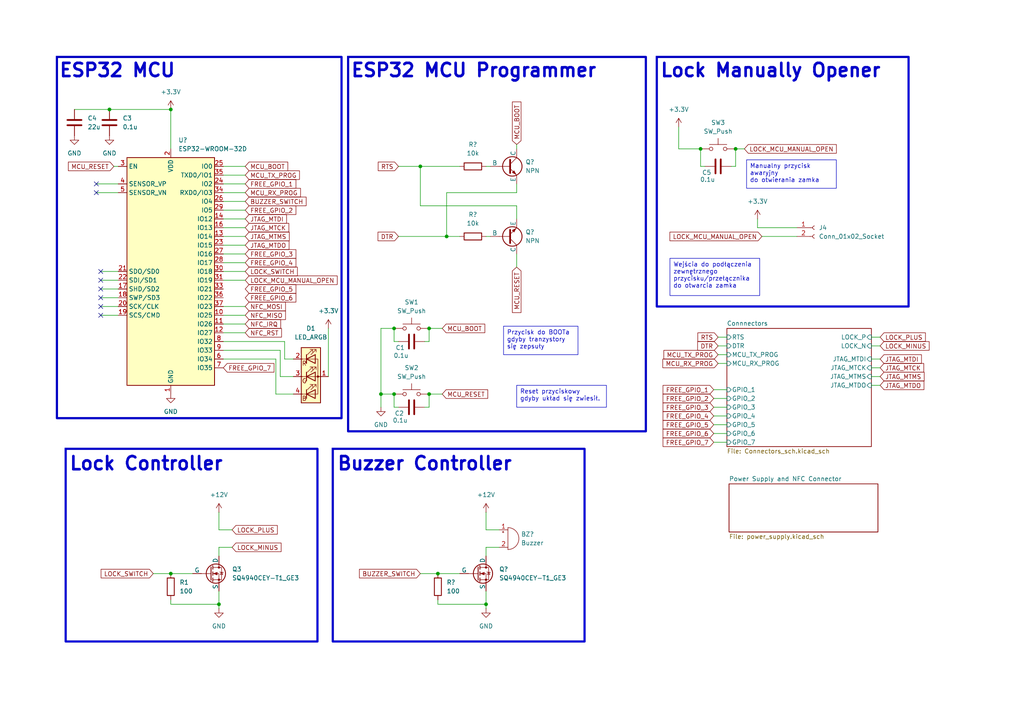
<source format=kicad_sch>
(kicad_sch (version 20231120) (generator "eeschema") (generator_version "8.0")
  (paper "A4")
  (title_block (title "Onyks IoT Control Cabinet") (rev "v0.0.1") (company ",,Onyks'' Students Scientific Association") (comment 1 "Karol Ambroziński") (comment 2 "Jakub Jastrzębski"))
  (lib_symbols
    (symbol "Connector:Conn_01x02_Socket" (pin_names (offset 1.016) hide)
      (property "Reference" "J" (at 0 2.54 0))
      (property "Value" "Conn_01x02_Socket" (at 0 -5.08 0))
      (symbol "Conn_01x02_Socket_1_1"
        (arc (start 0 -2.032) (mid -0.5058 -2.54) (end 0 -3.048) (stroke (width 0.1524)))
        (polyline (pts (xy -1.27 -2.54) (xy -0.508 -2.54)) (stroke (width 0.1524)))
        (polyline (pts (xy -1.27 0) (xy -0.508 0)) (stroke (width 0.1524)))
        (arc (start 0 0.508) (mid -0.5058 0) (end 0 -0.508) (stroke (width 0.1524)))
        (pin passive line (at -5.08 0 0) (length 3.81) (name "Pin_1") (number "1"))
        (pin passive line (at -5.08 -2.54 0) (length 3.81) (name "Pin_2") (number "2"))
      )
    )
    (symbol "Device:Buzzer" (pin_names (offset 0.0254) hide)
      (property "Reference" "BZ" (at 3.81 1.27 0))
      (property "Value" "Buzzer" (at 3.81 -1.27 0))
      (symbol "Buzzer_0_1"
        (arc (start 0 -3.175) (mid 3.1612 0) (end 0 3.175))
        (polyline (pts (xy -1.651 1.905) (xy -1.143 1.905)))
        (polyline (pts (xy -1.397 2.159) (xy -1.397 1.651)))
        (polyline (pts (xy 0 3.175) (xy 0 -3.175)))
      )
      (symbol "Buzzer_1_1"
        (pin passive line (at -2.54 2.54 0) (length 2.54) (name "+") (number "1"))
        (pin passive line (at -2.54 -2.54 0) (length 2.54) (name "-") (number "2"))
      )
    )
    (symbol "Device:C" (pin_numbers hide) (pin_names (offset 0.254))
      (property "Reference" "C" (at 0.635 2.54 0))
      (property "Value" "C" (at 0.635 -2.54 0))
      (symbol "C_0_1"
        (polyline (pts (xy -2.032 -0.762) (xy 2.032 -0.762)) (stroke (width 0.508)))
        (polyline (pts (xy -2.032 0.762) (xy 2.032 0.762)) (stroke (width 0.508)))
      )
      (symbol "C_1_1"
        (pin passive line (at 0 3.81 270) (length 2.794) (name "~") (number "1"))
        (pin passive line (at 0 -3.81 90) (length 2.794) (name "~") (number "2"))
      )
    )
    (symbol "Device:LED_ARGB" (pin_names (offset 0) hide)
      (property "Reference" "D" (at 0 9.398 0))
      (property "Value" "LED_ARGB" (at 0 -8.89 0))
      (symbol "LED_ARGB_0_0"
        (text "B" (at -1.905 -6.35 0) (effects (font (size 1.27 1.27))))
        (text "G" (at -1.905 -1.27 0) (effects (font (size 1.27 1.27))))
        (text "R" (at -1.905 3.81 0) (effects (font (size 1.27 1.27))))
      )
      (symbol "LED_ARGB_0_1"
        (polyline (pts (xy -1.27 -5.08) (xy -2.54 -5.08)))
        (polyline (pts (xy -1.27 -5.08) (xy 1.27 -5.08)))
        (polyline (pts (xy -1.27 -3.81) (xy -1.27 -6.35)) (stroke (width 0.254)))
        (polyline (pts (xy -1.27 0) (xy -2.54 0)))
        (polyline (pts (xy -1.27 1.27) (xy -1.27 -1.27)) (stroke (width 0.254)))
        (polyline (pts (xy -1.27 5.08) (xy -2.54 5.08)))
        (polyline (pts (xy -1.27 5.08) (xy 1.27 5.08)))
        (polyline (pts (xy -1.27 6.35) (xy -1.27 3.81)) (stroke (width 0.254)))
        (polyline (pts (xy 1.27 0) (xy -1.27 0)))
        (polyline (pts (xy 1.27 0) (xy 2.54 0)))
        (polyline (pts (xy -1.27 1.27) (xy -1.27 -1.27) (xy -1.27 -1.27)))
        (polyline (pts (xy -1.27 6.35) (xy -1.27 3.81) (xy -1.27 3.81)))
        (polyline (pts (xy 1.27 -5.08) (xy 2.032 -5.08) (xy 2.032 5.08) (xy 1.27 5.08)))
        (polyline (pts (xy 1.27 -3.81) (xy 1.27 -6.35) (xy -1.27 -5.08) (xy 1.27 -3.81)) (stroke (width 0.254)))
        (polyline (pts (xy 1.27 1.27) (xy 1.27 -1.27) (xy -1.27 0) (xy 1.27 1.27)) (stroke (width 0.254)))
        (polyline (pts (xy 1.27 6.35) (xy 1.27 3.81) (xy -1.27 5.08) (xy 1.27 6.35)) (stroke (width 0.254)))
        (polyline (pts (xy -1.016 -3.81) (xy 0.508 -2.286) (xy -0.254 -2.286) (xy 0.508 -2.286) (xy 0.508 -3.048)))
        (polyline (pts (xy -1.016 1.27) (xy 0.508 2.794) (xy -0.254 2.794) (xy 0.508 2.794) (xy 0.508 2.032)))
        (polyline (pts (xy -1.016 6.35) (xy 0.508 7.874) (xy -0.254 7.874) (xy 0.508 7.874) (xy 0.508 7.112)))
        (polyline (pts (xy 0 -3.81) (xy 1.524 -2.286) (xy 0.762 -2.286) (xy 1.524 -2.286) (xy 1.524 -3.048)))
        (polyline (pts (xy 0 1.27) (xy 1.524 2.794) (xy 0.762 2.794) (xy 1.524 2.794) (xy 1.524 2.032)))
        (polyline (pts (xy 0 6.35) (xy 1.524 7.874) (xy 0.762 7.874) (xy 1.524 7.874) (xy 1.524 7.112)))
        (rectangle (start 1.27 -1.27) (end 1.27 1.27))
        (rectangle (start 1.27 1.27) (end 1.27 1.27))
        (rectangle (start 1.27 3.81) (end 1.27 6.35))
        (rectangle (start 1.27 6.35) (end 1.27 6.35))
        (circle (center 2.032 0) (radius 0.254) (fill (type outline)))
        (rectangle (start 2.794 8.382) (end -2.794 -7.62) (stroke (width 0.254)) (fill (type background)))
      )
      (symbol "LED_ARGB_1_1"
        (pin passive line (at 5.08 0 180) (length 2.54) (name "A") (number "1"))
        (pin passive line (at -5.08 5.08 0) (length 2.54) (name "RK") (number "2"))
        (pin passive line (at -5.08 0 0) (length 2.54) (name "GK") (number "3"))
        (pin passive line (at -5.08 -5.08 0) (length 2.54) (name "BK") (number "4"))
      )
    )
    (symbol "Device:R" (pin_numbers hide) (pin_names (offset 0))
      (property "Reference" "R" (at 2.032 0 90))
      (property "Value" "R" (at 0 0 90))
      (symbol "R_0_1"
        (rectangle (start -1.016 -2.54) (end 1.016 2.54) (stroke (width 0.254)))
      )
      (symbol "R_1_1"
        (pin passive line (at 0 3.81 270) (length 1.27) (name "~") (number "1"))
        (pin passive line (at 0 -3.81 90) (length 1.27) (name "~") (number "2"))
      )
    )
    (symbol "GND_1" (power) (pin_numbers hide) (pin_names (offset 0) hide)
      (property "Value" "GND" (at 0 -3.81 0))
      (symbol "GND_1_0_1"
        (polyline (pts (xy 0 0) (xy 0 -1.27) (xy 1.27 -1.27) (xy 0 -2.54) (xy -1.27 -1.27) (xy 0 -1.27)))
      )
      (symbol "GND_1_1_1"
        (pin power_in line (at 0 0 270) (length 0) (name "~") (number "1"))
      )
    )
    (symbol "RF_Module:ESP32-WROOM-32D"
      (property "Reference" "U" (at -12.7 34.29 0))
      (property "Value" "ESP32-WROOM-32D" (at 1.27 34.29 0))
      (symbol "ESP32-WROOM-32D_0_1"
        (rectangle (start -12.7 33.02) (end 12.7 -33.02) (stroke (width 0.254)) (fill (type background)))
      )
      (symbol "ESP32-WROOM-32D_1_1"
        (pin power_in line (at 0 -35.56 90) (length 2.54) (name "GND") (number "1"))
        (pin bidirectional line (at 15.24 -12.7 180) (length 2.54) (name "IO25") (number "10"))
        (pin bidirectional line (at 15.24 -15.24 180) (length 2.54) (name "IO26") (number "11"))
        (pin bidirectional line (at 15.24 -17.78 180) (length 2.54) (name "IO27") (number "12"))
        (pin bidirectional line (at 15.24 10.16 180) (length 2.54) (name "IO14") (number "13"))
        (pin bidirectional line (at 15.24 15.24 180) (length 2.54) (name "IO12") (number "14"))
        (pin passive line (at 0 -35.56 90) (length 2.54) hide (name "GND") (number "15"))
        (pin bidirectional line (at 15.24 12.7 180) (length 2.54) (name "IO13") (number "16"))
        (pin bidirectional line (at -15.24 -5.08 0) (length 2.54) (name "SHD/SD2") (number "17"))
        (pin bidirectional line (at -15.24 -7.62 0) (length 2.54) (name "SWP/SD3") (number "18"))
        (pin bidirectional line (at -15.24 -12.7 0) (length 2.54) (name "SCS/CMD") (number "19"))
        (pin power_in line (at 0 35.56 270) (length 2.54) (name "VDD") (number "2"))
        (pin bidirectional line (at -15.24 -10.16 0) (length 2.54) (name "SCK/CLK") (number "20"))
        (pin bidirectional line (at -15.24 0 0) (length 2.54) (name "SDO/SD0") (number "21"))
        (pin bidirectional line (at -15.24 -2.54 0) (length 2.54) (name "SDI/SD1") (number "22"))
        (pin bidirectional line (at 15.24 7.62 180) (length 2.54) (name "IO15") (number "23"))
        (pin bidirectional line (at 15.24 25.4 180) (length 2.54) (name "IO2") (number "24"))
        (pin bidirectional line (at 15.24 30.48 180) (length 2.54) (name "IO0") (number "25"))
        (pin bidirectional line (at 15.24 20.32 180) (length 2.54) (name "IO4") (number "26"))
        (pin bidirectional line (at 15.24 5.08 180) (length 2.54) (name "IO16") (number "27"))
        (pin bidirectional line (at 15.24 2.54 180) (length 2.54) (name "IO17") (number "28"))
        (pin bidirectional line (at 15.24 17.78 180) (length 2.54) (name "IO5") (number "29"))
        (pin input line (at -15.24 30.48 0) (length 2.54) (name "EN") (number "3"))
        (pin bidirectional line (at 15.24 0 180) (length 2.54) (name "IO18") (number "30"))
        (pin bidirectional line (at 15.24 -2.54 180) (length 2.54) (name "IO19") (number "31"))
        (pin no_connect line (at -12.7 -27.94 0) (length 2.54) hide (name "NC") (number "32"))
        (pin bidirectional line (at 15.24 -5.08 180) (length 2.54) (name "IO21") (number "33"))
        (pin bidirectional line (at 15.24 22.86 180) (length 2.54) (name "RXD0/IO3") (number "34"))
        (pin bidirectional line (at 15.24 27.94 180) (length 2.54) (name "TXD0/IO1") (number "35"))
        (pin bidirectional line (at 15.24 -7.62 180) (length 2.54) (name "IO22") (number "36"))
        (pin bidirectional line (at 15.24 -10.16 180) (length 2.54) (name "IO23") (number "37"))
        (pin passive line (at 0 -35.56 90) (length 2.54) hide (name "GND") (number "38"))
        (pin passive line (at 0 -35.56 90) (length 2.54) hide (name "GND") (number "39"))
        (pin input line (at -15.24 25.4 0) (length 2.54) (name "SENSOR_VP") (number "4"))
        (pin input line (at -15.24 22.86 0) (length 2.54) (name "SENSOR_VN") (number "5"))
        (pin input line (at 15.24 -25.4 180) (length 2.54) (name "IO34") (number "6"))
        (pin input line (at 15.24 -27.94 180) (length 2.54) (name "IO35") (number "7"))
        (pin bidirectional line (at 15.24 -20.32 180) (length 2.54) (name "IO32") (number "8"))
        (pin bidirectional line (at 15.24 -22.86 180) (length 2.54) (name "IO33") (number "9"))
      )
    )
    (symbol "Simulation_SPICE:NMOS" (pin_numbers hide) (pin_names (offset 0))
      (property "Reference" "Q" (at 5.08 1.27 0))
      (property "Value" "NMOS" (at 5.08 -1.27 0))
      (symbol "NMOS_0_1"
        (polyline (pts (xy 0.254 0) (xy -2.54 0)))
        (polyline (pts (xy 0.254 1.905) (xy 0.254 -1.905)) (stroke (width 0.254)))
        (polyline (pts (xy 0.762 -1.27) (xy 0.762 -2.286)) (stroke (width 0.254)))
        (polyline (pts (xy 0.762 0.508) (xy 0.762 -0.508)) (stroke (width 0.254)))
        (polyline (pts (xy 0.762 2.286) (xy 0.762 1.27)) (stroke (width 0.254)))
        (polyline (pts (xy 2.54 2.54) (xy 2.54 1.778)))
        (polyline (pts (xy 2.54 -2.54) (xy 2.54 0) (xy 0.762 0)))
        (polyline (pts (xy 0.762 -1.778) (xy 3.302 -1.778) (xy 3.302 1.778) (xy 0.762 1.778)))
        (polyline (pts (xy 1.016 0) (xy 2.032 0.381) (xy 2.032 -0.381) (xy 1.016 0)) (fill (type outline)))
        (polyline (pts (xy 2.794 0.508) (xy 2.921 0.381) (xy 3.683 0.381) (xy 3.81 0.254)))
        (polyline (pts (xy 3.302 0.381) (xy 2.921 -0.254) (xy 3.683 -0.254) (xy 3.302 0.381)))
        (circle (center 1.651 0) (radius 2.794) (stroke (width 0.254)))
        (circle (center 2.54 -1.778) (radius 0.254) (fill (type outline)))
        (circle (center 2.54 1.778) (radius 0.254) (fill (type outline)))
      )
      (symbol "NMOS_1_1"
        (pin passive line (at 2.54 5.08 270) (length 2.54) (name "D") (number "1"))
        (pin input line (at -5.08 0 0) (length 2.54) (name "G") (number "2"))
        (pin passive line (at 2.54 -5.08 90) (length 2.54) (name "S") (number "3"))
      )
    )
    (symbol "Simulation_SPICE:NPN" (pin_numbers hide) (pin_names (offset 0))
      (property "Reference" "Q" (at -2.54 7.62 0))
      (property "Value" "NPN" (at -2.54 5.08 0))
      (symbol "NPN_0_1"
        (polyline (pts (xy -2.54 0) (xy 0.635 0)) (stroke (width 0.1524)))
        (polyline (pts (xy 0.635 0.635) (xy 2.54 2.54)))
        (polyline (pts (xy 2.794 -1.27) (xy 2.794 -1.27)) (stroke (width 0.1524)))
        (polyline (pts (xy 2.794 -1.27) (xy 2.794 -1.27)) (stroke (width 0.1524)))
        (polyline (pts (xy 0.635 -0.635) (xy 2.54 -2.54) (xy 2.54 -2.54)))
        (polyline (pts (xy 0.635 1.905) (xy 0.635 -1.905) (xy 0.635 -1.905)) (stroke (width 0.508)))
        (polyline (pts (xy 1.27 -1.778) (xy 1.778 -1.27) (xy 2.286 -2.286) (xy 1.27 -1.778) (xy 1.27 -1.778)) (fill (type outline)))
        (circle (center 1.27 0) (radius 2.8194) (stroke (width 0.254)))
      )
      (symbol "NPN_1_1"
        (pin open_collector line (at 2.54 5.08 270) (length 2.54) (name "C") (number "1"))
        (pin input line (at -5.08 0 0) (length 2.54) (name "B") (number "2"))
        (pin open_emitter line (at 2.54 -5.08 90) (length 2.54) (name "E") (number "3"))
      )
    )
    (symbol "Switch:SW_Push" (pin_numbers hide) (pin_names (offset 1.016) hide)
      (property "Reference" "SW" (at 1.27 2.54 0))
      (property "Value" "SW_Push" (at 0 -1.524 0))
      (symbol "SW_Push_0_1"
        (circle (center -2.032 0) (radius 0.508))
        (polyline (pts (xy 0 1.27) (xy 0 3.048)))
        (polyline (pts (xy 2.54 1.27) (xy -2.54 1.27)))
        (circle (center 2.032 0) (radius 0.508))
        (pin passive line (at -5.08 0 0) (length 2.54) (name "1") (number "1"))
        (pin passive line (at 5.08 0 180) (length 2.54) (name "2") (number "2"))
      )
    )
    (symbol "power:+12V" (power) (pin_numbers hide) (pin_names (offset 0) hide)
      (property "Value" "+12V" (at 0 3.556 0))
      (symbol "+12V_0_1"
        (polyline (pts (xy -0.762 1.27) (xy 0 2.54)))
        (polyline (pts (xy 0 0) (xy 0 2.54)))
        (polyline (pts (xy 0 2.54) (xy 0.762 1.27)))
      )
      (symbol "+12V_1_1"
        (pin power_in line (at 0 0 90) (length 0) (name "~") (number "1"))
      )
    )
    (symbol "power:+3.3V" (power) (pin_names (offset 0))
      (property "Value" "+3.3V" (at 0 3.556 0))
      (symbol "+3.3V_0_1"
        (polyline (pts (xy -0.762 1.27) (xy 0 2.54)))
        (polyline (pts (xy 0 0) (xy 0 2.54)))
        (polyline (pts (xy 0 2.54) (xy 0.762 1.27)))
      )
      (symbol "+3.3V_1_1"
        (pin power_in line (at 0 0 90) (length 0) hide (name "+3.3V") (number "1"))
      )
    )
    (symbol "power:GND" (power) (pin_names (offset 0))
      (property "Value" "GND" (at 0 -3.81 0))
      (symbol "GND_0_1"
        (polyline (pts (xy 0 0) (xy 0 -1.27) (xy 1.27 -1.27) (xy 0 -2.54) (xy -1.27 -1.27) (xy 0 -1.27)))
      )
      (symbol "GND_1_1"
        (pin power_in line (at 0 0 270) (length 0) hide (name "GND") (number "1"))
      )
    )
  )
  (junction (at 49.53 166.37))
  (junction (at 31.75 31.75))
  (junction (at 110.49 114.3))
  (junction (at 121.92 48.26))
  (junction (at 140.97 175.26))
  (junction (at 63.5 175.26))
  (junction (at 203.2 43.18))
  (junction (at 49.53 31.75))
  (junction (at 124.46 95.25))
  (junction (at 114.3 114.3))
  (junction (at 129.54 68.58))
  (junction (at 127 166.37))
  (junction (at 124.46 114.3))
  (junction (at 213.36 43.18))
  (junction (at 114.3 95.25))
  (no_connect (at 29.21 86.36))
  (no_connect (at 27.94 53.34))
  (no_connect (at 29.21 78.74))
  (no_connect (at 29.21 83.82))
  (no_connect (at 27.94 55.88))
  (no_connect (at 29.21 88.9))
  (no_connect (at 29.21 81.28))
  (no_connect (at 29.21 91.44))
  (wire (pts (xy 207.01 120.65) (xy 210.82 120.65)))
  (wire (pts (xy 64.77 78.74) (xy 71.12 78.74)))
  (wire (pts (xy 252.73 111.76) (xy 255.27 111.76)))
  (wire (pts (xy 208.28 100.33) (xy 210.82 100.33)))
  (wire (pts (xy 29.21 86.36) (xy 34.29 86.36)))
  (wire (pts (xy 63.5 148.59) (xy 63.5 153.67)))
  (wire (pts (xy 208.28 97.79) (xy 210.82 97.79)))
  (wire (pts (xy 95.25 109.22) (xy 95.25 95.25)))
  (wire (pts (xy 110.49 114.3) (xy 110.49 118.11)))
  (wire (pts (xy 29.21 83.82) (xy 34.29 83.82)))
  (wire (pts (xy 207.01 113.03) (xy 210.82 113.03)))
  (wire (pts (xy 213.36 43.18) (xy 213.36 48.26)))
  (wire (pts (xy 64.77 66.04) (xy 71.12 66.04)))
  (wire (pts (xy 64.77 104.14) (xy 80.01 104.14)))
  (wire (pts (xy 140.97 158.75) (xy 140.97 161.29)))
  (wire (pts (xy 64.77 91.44) (xy 71.12 91.44)))
  (wire (pts (xy 115.57 48.26) (xy 121.92 48.26)))
  (wire (pts (xy 142.24 68.58) (xy 140.97 68.58)))
  (wire (pts (xy 215.9 43.18) (xy 213.36 43.18)))
  (wire (pts (xy 114.3 114.3) (xy 114.3 118.11)))
  (wire (pts (xy 127 173.99) (xy 127 175.26)))
  (wire (pts (xy 127 166.37) (xy 133.35 166.37)))
  (wire (pts (xy 124.46 114.3) (xy 128.27 114.3)))
  (wire (pts (xy 255.27 97.79) (xy 252.73 97.79)))
  (wire (pts (xy 29.21 91.44) (xy 34.29 91.44)))
  (wire (pts (xy 82.55 104.14) (xy 85.09 104.14)))
  (wire (pts (xy 212.09 48.26) (xy 213.36 48.26)))
  (wire (pts (xy 207.01 115.57) (xy 210.82 115.57)))
  (wire (pts (xy 115.57 99.06) (xy 114.3 99.06)))
  (wire (pts (xy 82.55 99.06) (xy 82.55 104.14)))
  (wire (pts (xy 149.86 41.91) (xy 149.86 43.18)))
  (wire (pts (xy 115.57 118.11) (xy 114.3 118.11)))
  (wire (pts (xy 121.92 166.37) (xy 127 166.37)))
  (wire (pts (xy 49.53 175.26) (xy 63.5 175.26)))
  (wire (pts (xy 252.73 109.22) (xy 255.27 109.22)))
  (wire (pts (xy 29.21 78.74) (xy 34.29 78.74)))
  (wire (pts (xy 49.53 31.75) (xy 49.53 43.18)))
  (wire (pts (xy 80.01 114.3) (xy 85.09 114.3)))
  (wire (pts (xy 255.27 100.33) (xy 252.73 100.33)))
  (wire (pts (xy 64.77 71.12) (xy 71.12 71.12)))
  (wire (pts (xy 124.46 114.3) (xy 124.46 118.11)))
  (wire (pts (xy 149.86 63.5) (xy 149.86 59.69)))
  (wire (pts (xy 123.19 118.11) (xy 124.46 118.11)))
  (wire (pts (xy 49.53 166.37) (xy 55.88 166.37)))
  (wire (pts (xy 124.46 95.25) (xy 124.46 99.06)))
  (wire (pts (xy 64.77 76.2) (xy 71.12 76.2)))
  (wire (pts (xy 71.12 53.34) (xy 64.77 53.34)))
  (wire (pts (xy 203.2 43.18) (xy 203.2 48.26)))
  (wire (pts (xy 64.77 88.9) (xy 71.12 88.9)))
  (wire (pts (xy 149.86 59.69) (xy 121.92 59.69)))
  (wire (pts (xy 21.59 31.75) (xy 31.75 31.75)))
  (wire (pts (xy 149.86 55.88) (xy 129.54 55.88)))
  (wire (pts (xy 67.31 153.67) (xy 63.5 153.67)))
  (wire (pts (xy 127 175.26) (xy 140.97 175.26)))
  (wire (pts (xy 81.28 101.6) (xy 81.28 109.22)))
  (wire (pts (xy 80.01 104.14) (xy 80.01 114.3)))
  (wire (pts (xy 149.86 73.66) (xy 149.86 77.47)))
  (wire (pts (xy 49.53 173.99) (xy 49.53 175.26)))
  (wire (pts (xy 142.24 48.26) (xy 140.97 48.26)))
  (wire (pts (xy 208.28 102.87) (xy 210.82 102.87)))
  (wire (pts (xy 219.71 63.5) (xy 219.71 66.04)))
  (wire (pts (xy 207.01 123.19) (xy 210.82 123.19)))
  (wire (pts (xy 64.77 101.6) (xy 81.28 101.6)))
  (wire (pts (xy 31.75 31.75) (xy 49.53 31.75)))
  (wire (pts (xy 219.71 66.04) (xy 231.14 66.04)))
  (wire (pts (xy 144.78 153.67) (xy 140.97 153.67)))
  (wire (pts (xy 114.3 114.3) (xy 110.49 114.3)))
  (wire (pts (xy 64.77 93.98) (xy 71.12 93.98)))
  (wire (pts (xy 140.97 175.26) (xy 140.97 176.53)))
  (wire (pts (xy 64.77 68.58) (xy 71.12 68.58)))
  (wire (pts (xy 64.77 81.28) (xy 71.12 81.28)))
  (wire (pts (xy 114.3 95.25) (xy 110.49 95.25)))
  (wire (pts (xy 252.73 106.68) (xy 255.27 106.68)))
  (wire (pts (xy 123.19 99.06) (xy 124.46 99.06)))
  (wire (pts (xy 64.77 63.5) (xy 71.12 63.5)))
  (wire (pts (xy 129.54 55.88) (xy 129.54 68.58)))
  (wire (pts (xy 64.77 96.52) (xy 71.12 96.52)))
  (wire (pts (xy 63.5 171.45) (xy 63.5 175.26)))
  (wire (pts (xy 204.47 48.26) (xy 203.2 48.26)))
  (wire (pts (xy 64.77 60.96) (xy 71.12 60.96)))
  (wire (pts (xy 207.01 118.11) (xy 210.82 118.11)))
  (wire (pts (xy 144.78 158.75) (xy 140.97 158.75)))
  (wire (pts (xy 27.94 53.34) (xy 34.29 53.34)))
  (wire (pts (xy 64.77 99.06) (xy 82.55 99.06)))
  (wire (pts (xy 220.98 68.58) (xy 231.14 68.58)))
  (wire (pts (xy 124.46 95.25) (xy 128.27 95.25)))
  (wire (pts (xy 64.77 48.26) (xy 71.12 48.26)))
  (wire (pts (xy 63.5 175.26) (xy 63.5 176.53)))
  (wire (pts (xy 64.77 58.42) (xy 71.12 58.42)))
  (wire (pts (xy 44.45 166.37) (xy 49.53 166.37)))
  (wire (pts (xy 29.21 88.9) (xy 34.29 88.9)))
  (wire (pts (xy 29.21 81.28) (xy 34.29 81.28)))
  (wire (pts (xy 208.28 105.41) (xy 210.82 105.41)))
  (wire (pts (xy 196.85 43.18) (xy 196.85 36.83)))
  (wire (pts (xy 81.28 109.22) (xy 85.09 109.22)))
  (wire (pts (xy 140.97 148.59) (xy 140.97 153.67)))
  (wire (pts (xy 67.31 158.75) (xy 63.5 158.75)))
  (wire (pts (xy 121.92 48.26) (xy 121.92 59.69)))
  (wire (pts (xy 207.01 125.73) (xy 210.82 125.73)))
  (wire (pts (xy 63.5 158.75) (xy 63.5 161.29)))
  (wire (pts (xy 110.49 95.25) (xy 110.49 114.3)))
  (wire (pts (xy 64.77 55.88) (xy 71.12 55.88)))
  (wire (pts (xy 207.01 128.27) (xy 210.82 128.27)))
  (wire (pts (xy 140.97 171.45) (xy 140.97 175.26)))
  (wire (pts (xy 33.02 48.26) (xy 34.29 48.26)))
  (wire (pts (xy 64.77 73.66) (xy 71.12 73.66)))
  (wire (pts (xy 252.73 104.14) (xy 255.27 104.14)))
  (wire (pts (xy 196.85 43.18) (xy 203.2 43.18)))
  (wire (pts (xy 27.94 55.88) (xy 34.29 55.88)))
  (wire (pts (xy 64.77 50.8) (xy 71.12 50.8)))
  (wire (pts (xy 133.35 68.58) (xy 129.54 68.58)))
  (wire (pts (xy 115.57 68.58) (xy 129.54 68.58)))
  (wire (pts (xy 121.92 48.26) (xy 133.35 48.26)))
  (wire (pts (xy 114.3 99.06) (xy 114.3 95.25)))
  (wire (pts (xy 149.86 53.34) (xy 149.86 55.88)))
  (rectangle (start 16.51 16.51) (end 99.06 121.285) (stroke (width 0.635)))
  (rectangle (start 19.05 130.175) (end 92.075 186.055) (stroke (width 0.635)))
  (rectangle (start 100.965 16.51) (end 187.325 125.095) (stroke (width 0.635)))
  (rectangle (start 190.5 16.51) (end 263.525 88.9) (stroke (width 0.635)))
  (rectangle (start 96.52 130.175) (end 169.545 186.055) (stroke (width 0.635)))
  (text_box "Manualny przycisk awaryjny\ndo otwierania zamka" (at 216.535 46.355 0) (size 26.035 8.255) (effects (font (size 1.27 1.27)) (justify left top)))
  (text_box "Reset przyciskowy \ngdyby układ się zwiesił." (at 149.86 111.76 0) (size 26.035 6.35) (effects (font (size 1.27 1.27)) (justify left top)))
  (text_box "Przycisk do BOOTa \ngdyby tranzystory się zepsuły" (at 146.05 94.615 0) (size 21.59 8.255) (effects (font (size 1.27 1.27)) (justify left top)))
  (text_box "Wejścia do podłączenia zewnętrznego przycisku/przełącznika do otwarcia zamka" (at 194.31 74.93 0) (size 26.035 10.795) (effects (font (size 1.27 1.27)) (justify left top)))
  (text "ESP32 MCU" (at 34.036 20.574 0) (effects (font (size 3.81 3.81) (thickness 0.762) (bold yes))))
  (text "Buzzer Controller" (at 123.19 134.62 0) (effects (font (size 3.81 3.81) (thickness 0.762) (bold yes))))
  (text "Lock Manually Opener" (at 223.52 20.574 0) (effects (font (size 3.81 3.81) (thickness 0.762) (bold yes))))
  (text "Lock Controller" (at 42.418 134.62 0) (effects (font (size 3.81 3.81) (thickness 0.762) (bold yes))))
  (text "ESP32 MCU Programmer" (at 137.414 20.574 0) (effects (font (size 3.81 3.81) (thickness 0.762) (bold yes))))
  (global_label "LOCK_PLUS" (shape input) (at 67.31 153.67 0) (property "Intersheetrefs" "${INTERSHEET_REFS}" (effects (hide yes))))
  (global_label "JTAG_MTDI" (shape input) (at 71.12 63.5 0) (property "Intersheetrefs" "${INTERSHEET_REFS}" (effects (hide yes))))
  (global_label "LOCK_MCU_MANUAL_OPEN" (shape input) (at 71.12 81.28 0) (property "Intersheetrefs" "${INTERSHEET_REFS}" (effects (hide yes))))
  (global_label "JTAG_MTDO" (shape input) (at 255.27 111.76 0) (property "Intersheetrefs" "${INTERSHEET_REFS}" (effects (hide yes))))
  (global_label "MCU_BOOT" (shape input) (at 71.12 48.26 0) (property "Intersheetrefs" "${INTERSHEET_REFS}" (effects (hide yes))))
  (global_label "FREE_GPIO_1" (shape input) (at 71.12 53.34 0) (property "Intersheetrefs" "${INTERSHEET_REFS}" (effects (hide yes))))
  (global_label "MCU_TX_PROG" (shape input) (at 71.12 50.8 0) (property "Intersheetrefs" "${INTERSHEET_REFS}" (effects (hide yes))))
  (global_label "BUZZER_SWITCH" (shape input) (at 71.12 58.42 0) (property "Intersheetrefs" "${INTERSHEET_REFS}" (effects (hide yes))))
  (global_label "RTS" (shape input) (at 208.28 97.79 180) (property "Intersheetrefs" "${INTERSHEET_REFS}" (effects (hide yes))))
  (global_label "MCU_RESET" (shape input) (at 128.27 114.3 0) (property "Intersheetrefs" "${INTERSHEET_REFS}" (effects (hide yes))))
  (global_label "MCU_RX_PROG" (shape input) (at 208.28 105.41 180) (property "Intersheetrefs" "${INTERSHEET_REFS}" (effects (hide yes))))
  (global_label "LOCK_PLUS" (shape input) (at 255.27 97.79 0) (property "Intersheetrefs" "${INTERSHEET_REFS}" (effects (hide yes))))
  (global_label "JTAG_MTMS" (shape input) (at 255.27 109.22 0) (property "Intersheetrefs" "${INTERSHEET_REFS}" (effects (hide yes))))
  (global_label "FREE_GPIO_3" (shape input) (at 207.01 118.11 180) (property "Intersheetrefs" "${INTERSHEET_REFS}" (effects (hide yes))))
  (global_label "NFC_MOSI" (shape input) (at 71.12 88.9 0) (property "Intersheetrefs" "${INTERSHEET_REFS}" (effects (hide yes))))
  (global_label "JTAG_MTDO" (shape input) (at 71.12 71.12 0) (property "Intersheetrefs" "${INTERSHEET_REFS}" (effects (hide yes))))
  (global_label "FREE_GPIO_4" (shape input) (at 207.01 120.65 180) (property "Intersheetrefs" "${INTERSHEET_REFS}" (effects (hide yes))))
  (global_label "LOCK_MCU_MANUAL_OPEN" (shape input) (at 215.9 43.18 0) (property "Intersheetrefs" "${INTERSHEET_REFS}" (effects (hide yes))))
  (global_label "FREE_GPIO_3" (shape input) (at 71.12 73.66 0) (property "Intersheetrefs" "${INTERSHEET_REFS}" (effects (hide yes))))
  (global_label "LOCK_MCU_MANUAL_OPEN" (shape input) (at 220.98 68.58 180) (property "Intersheetrefs" "${INTERSHEET_REFS}" (effects (hide yes))))
  (global_label "NFC_MISO" (shape input) (at 71.12 91.44 0) (property "Intersheetrefs" "${INTERSHEET_REFS}" (effects (hide yes))))
  (global_label "LOCK_SWITCH" (shape input) (at 44.45 166.37 180) (property "Intersheetrefs" "${INTERSHEET_REFS}" (effects (hide yes))))
  (global_label "FREE_GPIO_4" (shape input) (at 71.12 76.2 0) (property "Intersheetrefs" "${INTERSHEET_REFS}" (effects (hide yes))))
  (global_label "MCU_BOOT" (shape input) (at 149.86 41.91 90) (property "Intersheetrefs" "${INTERSHEET_REFS}" (effects (hide yes))))
  (global_label "NFC_IRQ" (shape input) (at 71.12 93.98 0) (property "Intersheetrefs" "${INTERSHEET_REFS}" (effects (hide yes))))
  (global_label "FREE_GPIO_7" (shape input) (at 207.01 128.27 180) (property "Intersheetrefs" "${INTERSHEET_REFS}" (effects (hide yes))))
  (global_label "NFC_RST" (shape input) (at 71.12 96.52 0) (property "Intersheetrefs" "${INTERSHEET_REFS}" (effects (hide yes))))
  (global_label "FREE_GPIO_5" (shape input) (at 207.01 123.19 180) (property "Intersheetrefs" "${INTERSHEET_REFS}" (effects (hide yes))))
  (global_label "LOCK_MINUS" (shape input) (at 255.27 100.33 0) (property "Intersheetrefs" "${INTERSHEET_REFS}" (effects (hide yes))))
  (global_label "JTAG_MTMS" (shape input) (at 71.12 68.58 0) (property "Intersheetrefs" "${INTERSHEET_REFS}" (effects (hide yes))))
  (global_label "MCU_RESET" (shape input) (at 149.86 77.47 270) (property "Intersheetrefs" "${INTERSHEET_REFS}" (effects (hide yes))))
  (global_label "MCU_BOOT" (shape input) (at 128.27 95.25 0) (property "Intersheetrefs" "${INTERSHEET_REFS}" (effects (hide yes))))
  (global_label "MCU_RESET" (shape input) (at 33.02 48.26 180) (property "Intersheetrefs" "${INTERSHEET_REFS}" (effects (hide yes))))
  (global_label "RTS" (shape input) (at 115.57 48.26 180) (property "Intersheetrefs" "${INTERSHEET_REFS}" (effects (hide yes))))
  (global_label "FREE_GPIO_5" (shape input) (at 71.12 83.82 0) (property "Intersheetrefs" "${INTERSHEET_REFS}" (effects (hide yes))))
  (global_label "BUZZER_SWITCH" (shape input) (at 121.92 166.37 180) (property "Intersheetrefs" "${INTERSHEET_REFS}" (effects (hide yes))))
  (global_label "JTAG_MTCK" (shape input) (at 71.12 66.04 0) (property "Intersheetrefs" "${INTERSHEET_REFS}" (effects (hide yes))))
  (global_label "MCU_TX_PROG" (shape input) (at 208.28 102.87 180) (property "Intersheetrefs" "${INTERSHEET_REFS}" (effects (hide yes))))
  (global_label "LOCK_SWITCH" (shape input) (at 71.12 78.74 0) (property "Intersheetrefs" "${INTERSHEET_REFS}" (effects (hide yes))))
  (global_label "JTAG_MTCK" (shape input) (at 255.27 106.68 0) (property "Intersheetrefs" "${INTERSHEET_REFS}" (effects (hide yes))))
  (global_label "MCU_RX_PROG" (shape input) (at 71.12 55.88 0) (property "Intersheetrefs" "${INTERSHEET_REFS}" (effects (hide yes))))
  (global_label "FREE_GPIO_6" (shape input) (at 207.01 125.73 180) (property "Intersheetrefs" "${INTERSHEET_REFS}" (effects (hide yes))))
  (global_label "FREE_GPIO_7" (shape input) (at 64.77 106.68 0) (property "Intersheetrefs" "${INTERSHEET_REFS}" (effects (hide yes))))
  (global_label "DTR" (shape input) (at 115.57 68.58 180) (property "Intersheetrefs" "${INTERSHEET_REFS}" (effects (hide yes))))
  (global_label "FREE_GPIO_2" (shape input) (at 207.01 115.57 180) (property "Intersheetrefs" "${INTERSHEET_REFS}" (effects (hide yes))))
  (global_label "FREE_GPIO_6" (shape input) (at 71.12 86.36 0) (property "Intersheetrefs" "${INTERSHEET_REFS}" (effects (hide yes))))
  (global_label "DTR" (shape input) (at 208.28 100.33 180) (property "Intersheetrefs" "${INTERSHEET_REFS}" (effects (hide yes))))
  (global_label "FREE_GPIO_1" (shape input) (at 207.01 113.03 180) (property "Intersheetrefs" "${INTERSHEET_REFS}" (effects (hide yes))))
  (global_label "JTAG_MTDI" (shape input) (at 255.27 104.14 0) (property "Intersheetrefs" "${INTERSHEET_REFS}" (effects (hide yes))))
  (global_label "LOCK_MINUS" (shape input) (at 67.31 158.75 0) (property "Intersheetrefs" "${INTERSHEET_REFS}" (effects (hide yes))))
  (global_label "FREE_GPIO_2" (shape input) (at 71.12 60.96 0) (property "Intersheetrefs" "${INTERSHEET_REFS}" (effects (hide yes))))
  (symbol (lib_name "GND_1") (lib_id "power:GND") (at 63.5 176.53 0) (unit 1)
    (property "Reference" "#PWR06" (effects (hide yes)))
    (property "Value" "GND" (at 63.5 181.61 0))
    (property "Description" "Power symbol creates a global label with name \"GND\" , ground" (effects (hide yes)))
  )
  (symbol (lib_id "Device:R") (at 137.16 68.58 270) (mirror x) (unit 1)
    (property "Reference" "R?" (at 137.16 62.23 90))
    (property "Value" "10k" (at 137.16 64.77 90))
    (property "Description" "Resistor" (effects (hide yes)))
  )
  (symbol (lib_id "Simulation_SPICE:NMOS") (at 138.43 166.37 0) (unit 1)
    (property "Reference" "Q?" (at 144.78 165.0999 0) (effects (justify left)))
    (property "Value" "SQ4940CEY-T1_GE3" (at 144.78 167.6399 0) (effects (justify left)))
    (property "Datasheet" "https://ngspice.sourceforge.io/docs/ngspice-html-manual/manual.xhtml#cha_MOSFETs" (effects (hide yes)))
    (property "Description" "N-MOSFET transistor, drain/source/gate" (effects (hide yes)))
    (property "Sim.Device" "NMOS" (effects (hide yes)))
    (property "Sim.Type" "VDMOS" (effects (hide yes)))
    (property "Sim.Pins" "1=D 2=G 3=S" (effects (hide yes)))
  )
  (symbol (lib_id "power:+3.3V") (at 95.25 95.25 0) (mirror y) (unit 1)
    (property "Reference" "#PWR08" (effects (hide yes)))
    (property "Value" "+3.3V" (at 95.25 90.17 0))
  )
  (symbol (lib_id "Simulation_SPICE:NPN") (at 147.32 48.26 0) (unit 1)
    (property "Reference" "Q?" (at 152.4 46.9899 0) (effects (justify left)))
    (property "Value" "NPN" (at 152.4 49.5299 0) (effects (justify left)))
    (property "Datasheet" "https://ngspice.sourceforge.io/docs/ngspice-html-manual/manual.xhtml#cha_BJTs" (effects (hide yes)))
    (property "Description" "Bipolar transistor symbol for simulation only, substrate tied to the emitter" (effects (hide yes)))
    (property "Sim.Device" "NPN" (effects (hide yes)))
    (property "Sim.Type" "GUMMELPOON" (effects (hide yes)))
    (property "Sim.Pins" "1=C 2=B 3=E" (effects (hide yes)))
  )
  (symbol (lib_id "Device:Buzzer") (at 147.32 156.21 0) (unit 1)
    (property "Reference" "BZ?" (at 151.13 154.9399 0) (effects (justify left)))
    (property "Value" "Buzzer" (at 151.13 157.4799 0) (effects (justify left)))
    (property "Description" "Buzzer, polarized" (effects (hide yes)))
  )
  (symbol (lib_id "power:GND") (at 31.75 39.37 0) (unit 1)
    (property "Reference" "#PWR04" (effects (hide yes)))
    (property "Value" "GND" (at 31.75 44.45 0))
  )
  (symbol (lib_name "GND_1") (lib_id "power:GND") (at 140.97 176.53 0) (unit 1)
    (property "Reference" "#PWR028" (effects (hide yes)))
    (property "Value" "GND" (at 140.97 181.61 0))
    (property "Description" "Power symbol creates a global label with name \"GND\" , ground" (effects (hide yes)))
  )
  (symbol (lib_id "power:GND") (at 110.49 118.11 0) (unit 1)
    (property "Reference" "#PWR03" (effects (hide yes)))
    (property "Value" "GND" (at 110.49 123.19 0))
  )
  (symbol (lib_id "power:GND") (at 49.53 114.3 0) (unit 1)
    (property "Reference" "#PWR02" (effects (hide yes)))
    (property "Value" "GND" (at 49.53 119.38 0))
  )
  (symbol (lib_id "Device:C") (at 21.59 35.56 0) (unit 1)
    (property "Reference" "C4" (at 25.4 34.2899 0) (effects (justify left)))
    (property "Value" "22u" (at 25.4 36.8299 0) (effects (justify left)))
    (property "Description" "Unpolarized capacitor" (effects (hide yes)))
  )
  (symbol (lib_id "Switch:SW_Push") (at 119.38 114.3 0) (unit 1)
    (property "Reference" "SW2" (at 119.38 106.68 0))
    (property "Value" "SW_Push" (at 119.38 109.22 0))
    (property "Description" "Push button switch, generic, two pins" (effects (hide yes)))
  )
  (symbol (lib_id "Device:C") (at 31.75 35.56 0) (unit 1)
    (property "Reference" "C3" (at 35.56 34.2899 0) (effects (justify left)))
    (property "Value" "0.1u" (at 35.56 36.8299 0) (effects (justify left)))
    (property "Description" "Unpolarized capacitor" (effects (hide yes)))
  )
  (symbol (lib_id "Device:C") (at 119.38 118.11 90) (unit 1)
    (property "Reference" "C2" (at 115.824 119.888 90))
    (property "Value" "0.1u" (at 116.078 121.92 90))
    (property "Description" "Unpolarized capacitor" (effects (hide yes)))
  )
  (symbol (lib_id "RF_Module:ESP32-WROOM-32D") (at 49.53 78.74 0) (unit 1)
    (property "Reference" "U?" (at 51.7241 40.64 0) (effects (justify left)))
    (property "Value" "ESP32-WROOM-32D" (at 51.7241 43.18 0) (effects (justify left)))
    (property "Footprint" "RF_Module:ESP32-WROOM-32D" (effects (hide yes)))
    (property "Datasheet" "https://www.espressif.com/sites/default/files/documentation/esp32-wroom-32d_esp32-wroom-32u_datasheet_en.pdf" (effects (hide yes)))
  )
  (symbol (lib_id "Simulation_SPICE:NPN") (at 147.32 68.58 0) (mirror x) (unit 1)
    (property "Reference" "Q?" (at 152.4 67.3099 0) (effects (justify left)))
    (property "Value" "NPN" (at 152.4 69.8499 0) (effects (justify left)))
    (property "Datasheet" "https://ngspice.sourceforge.io/docs/ngspice-html-manual/manual.xhtml#cha_BJTs" (effects (hide yes)))
    (property "Description" "Bipolar transistor symbol for simulation only, substrate tied to the emitter" (effects (hide yes)))
    (property "Sim.Device" "NPN" (effects (hide yes)))
    (property "Sim.Type" "GUMMELPOON" (effects (hide yes)))
    (property "Sim.Pins" "1=C 2=B 3=E" (effects (hide yes)))
  )
  (symbol (lib_id "power:+12V") (at 63.5 148.59 0) (unit 1)
    (property "Reference" "#PWR07" (effects (hide yes)))
    (property "Value" "+12V" (at 63.5 143.51 0))
    (property "Description" "Power symbol creates a global label with name \"+12V\"" (effects (hide yes)))
  )
  (symbol (lib_id "Device:R") (at 49.53 170.18 0) (unit 1)
    (property "Reference" "R1" (at 52.07 168.9099 0) (effects (justify left)))
    (property "Value" "100" (at 52.07 171.4499 0) (effects (justify left)))
    (property "Description" "Resistor" (effects (hide yes)))
  )
  (symbol (lib_id "Device:C") (at 208.28 48.26 90) (unit 1)
    (property "Reference" "C5" (at 204.978 50.038 90))
    (property "Value" "0.1u" (at 205.232 52.07 90))
    (property "Description" "Unpolarized capacitor" (effects (hide yes)))
  )
  (symbol (lib_id "Connector:Conn_01x02_Socket") (at 236.22 66.04 0) (unit 1)
    (property "Reference" "J4" (at 237.49 66.0399 0) (effects (justify left)))
    (property "Value" "Conn_01x02_Socket" (at 237.49 68.5799 0) (effects (justify left)))
    (property "Description" "Generic connector, single row, 01x02, script generated" (effects (hide yes)))
  )
  (symbol (lib_id "power:+3.3V") (at 219.71 63.5 0) (unit 1)
    (property "Reference" "#PWR015" (effects (hide yes)))
    (property "Value" "+3.3V" (at 219.71 58.42 0))
  )
  (symbol (lib_id "Switch:SW_Push") (at 119.38 95.25 0) (unit 1)
    (property "Reference" "SW1" (at 119.38 87.63 0))
    (property "Value" "SW_Push" (at 119.38 90.17 0))
    (property "Description" "Push button switch, generic, two pins" (effects (hide yes)))
  )
  (symbol (lib_id "Device:R") (at 137.16 48.26 270) (mirror x) (unit 1)
    (property "Reference" "R?" (at 137.16 41.91 90))
    (property "Value" "10k" (at 137.16 44.45 90))
    (property "Description" "Resistor" (effects (hide yes)))
  )
  (symbol (lib_id "Device:C") (at 119.38 99.06 90) (unit 1)
    (property "Reference" "C1" (at 116.078 100.838 90))
    (property "Value" "0.1u" (at 116.332 103.124 90))
    (property "Description" "Unpolarized capacitor" (effects (hide yes)))
  )
  (symbol (lib_id "Device:R") (at 127 170.18 0) (unit 1)
    (property "Reference" "R?" (at 129.54 168.9099 0) (effects (justify left)))
    (property "Value" "100" (at 129.54 171.4499 0) (effects (justify left)))
    (property "Description" "Resistor" (effects (hide yes)))
  )
  (symbol (lib_id "power:+12V") (at 140.97 148.59 0) (unit 1)
    (property "Reference" "#PWR027" (effects (hide yes)))
    (property "Value" "+12V" (at 140.97 143.51 0))
    (property "Description" "Power symbol creates a global label with name \"+12V\"" (effects (hide yes)))
  )
  (symbol (lib_id "power:+3.3V") (at 49.53 31.75 0) (unit 1)
    (property "Reference" "#PWR01" (effects (hide yes)))
    (property "Value" "+3.3V" (at 49.53 26.67 0))
  )
  (symbol (lib_id "Simulation_SPICE:NMOS") (at 60.96 166.37 0) (unit 1)
    (property "Reference" "Q3" (at 67.31 165.0999 0) (effects (justify left)))
    (property "Value" "SQ4940CEY-T1_GE3" (at 67.31 167.6399 0) (effects (justify left)))
    (property "Datasheet" "https://ngspice.sourceforge.io/docs/ngspice-html-manual/manual.xhtml#cha_MOSFETs" (effects (hide yes)))
    (property "Description" "N-MOSFET transistor, drain/source/gate" (effects (hide yes)))
    (property "Sim.Device" "NMOS" (effects (hide yes)))
    (property "Sim.Type" "VDMOS" (effects (hide yes)))
    (property "Sim.Pins" "1=D 2=G 3=S" (effects (hide yes)))
  )
  (symbol (lib_id "power:+3.3V") (at 196.85 36.83 0) (unit 1)
    (property "Reference" "#PWR013" (effects (hide yes)))
    (property "Value" "+3.3V" (at 196.85 31.75 0))
  )
  (symbol (lib_id "power:GND") (at 21.59 39.37 0) (unit 1)
    (property "Reference" "#PWR05" (effects (hide yes)))
    (property "Value" "GND" (at 21.59 44.45 0))
  )
  (symbol (lib_id "Switch:SW_Push") (at 208.28 43.18 0) (unit 1)
    (property "Reference" "SW3" (at 208.28 35.56 0))
    (property "Value" "SW_Push" (at 208.28 38.1 0))
    (property "Description" "Push button switch, generic, two pins" (effects (hide yes)))
  )
  (symbol (lib_id "Device:LED_ARGB") (at 90.17 109.22 0) (unit 1)
    (property "Reference" "D1" (at 90.17 95.25 0))
    (property "Value" "LED_ARGB" (at 90.17 97.79 0))
    (property "Description" "RGB LED, anode/red/green/blue" (effects (hide yes)))
  )
  (sheet (at 211.455 140.335) (size 43.18 13.97) (stroke (width 0.1524))
    (property "Sheetname" "Power Supply and NFC Connector" (at 211.455 139.6234 0) (effects (justify left bottom)))
    (property "Sheetfile" "power_supply.kicad_sch" (at 211.455 154.8896 0) (effects (justify left top)))
  )
  (sheet (at 210.82 95.25) (size 41.91 34.29) (stroke (width 0.1524))
    (property "Sheetname" "Connnectors" (at 210.82 94.5384 0) (effects (justify left bottom)))
    (property "Sheetfile" "Connectors_sch.kicad_sch" (at 210.82 130.1246 0) (effects (justify left top)))
    (pin "RTS" input (at 210.82 97.79 180))
    (pin "DTR" input (at 210.82 100.33 180))
    (pin "LOCK_P" input (at 252.73 97.79 0))
    (pin "LOCK_N" input (at 252.73 100.33 0))
    (pin "JTAG_MTDI" input (at 252.73 104.14 0))
    (pin "JTAG_MTCK" input (at 252.73 106.68 0))
    (pin "JTAG_MTMS" input (at 252.73 109.22 0))
    (pin "JTAG_MTDO" input (at 252.73 111.76 0))
    (pin "MCU_TX_PROG" input (at 210.82 102.87 180))
    (pin "MCU_RX_PROG" input (at 210.82 105.41 180))
    (pin "GPIO_5" input (at 210.82 123.19 180))
    (pin "GPIO_4" input (at 210.82 120.65 180))
    (pin "GPIO_7" input (at 210.82 128.27 180))
    (pin "GPIO_6" input (at 210.82 125.73 180))
    (pin "GPIO_3" input (at 210.82 118.11 180))
    (pin "GPIO_1" input (at 210.82 113.03 180))
    (pin "GPIO_2" input (at 210.82 115.57 180))
  )
)
</source>
